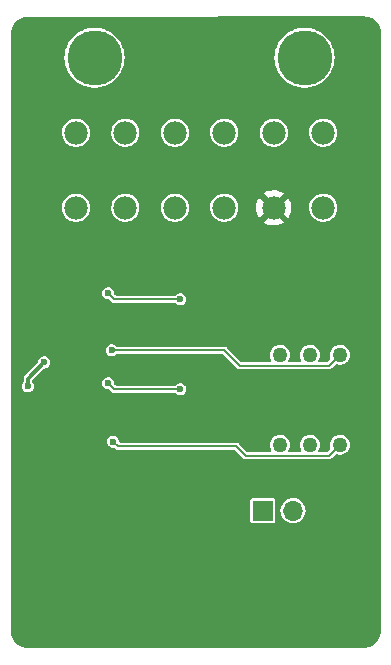
<source format=gbr>
%TF.GenerationSoftware,KiCad,Pcbnew,(6.0.8)*%
%TF.CreationDate,2023-03-20T22:14:44+01:00*%
%TF.ProjectId,BSPD-07,42535044-2d30-4372-9e6b-696361645f70,rev?*%
%TF.SameCoordinates,Original*%
%TF.FileFunction,Copper,L2,Bot*%
%TF.FilePolarity,Positive*%
%FSLAX46Y46*%
G04 Gerber Fmt 4.6, Leading zero omitted, Abs format (unit mm)*
G04 Created by KiCad (PCBNEW (6.0.8)) date 2023-03-20 22:14:44*
%MOMM*%
%LPD*%
G01*
G04 APERTURE LIST*
%TA.AperFunction,ComponentPad*%
%ADD10C,1.269000*%
%TD*%
%TA.AperFunction,ComponentPad*%
%ADD11R,1.700000X1.700000*%
%TD*%
%TA.AperFunction,ComponentPad*%
%ADD12O,1.700000X1.700000*%
%TD*%
%TA.AperFunction,ComponentPad*%
%ADD13C,1.965000*%
%TD*%
%TA.AperFunction,ComponentPad*%
%ADD14C,4.665000*%
%TD*%
%TA.AperFunction,ViaPad*%
%ADD15C,0.600000*%
%TD*%
%TA.AperFunction,Conductor*%
%ADD16C,0.200000*%
%TD*%
%TA.AperFunction,Conductor*%
%ADD17C,0.300000*%
%TD*%
G04 APERTURE END LIST*
D10*
%TO.P,RV1,1,1*%
%TO.N,unconnected-(RV1-Pad1)*%
X170786800Y-111277400D03*
%TO.P,RV1,2,2*%
%TO.N,+5V*%
X173326800Y-111277400D03*
%TO.P,RV1,3,3*%
%TO.N,TPS_TRIG*%
X175866800Y-111277400D03*
%TD*%
%TO.P,RV2,1,1*%
%TO.N,unconnected-(RV2-Pad1)*%
X170786800Y-118897400D03*
%TO.P,RV2,2,2*%
%TO.N,+5V*%
X173326800Y-118897400D03*
%TO.P,RV2,3,3*%
%TO.N,BRAKE_TRIG*%
X175866800Y-118897400D03*
%TD*%
D11*
%TO.P,JP1,1,A*%
%TO.N,SAFETY_IN*%
X169364400Y-124485400D03*
D12*
%TO.P,JP1,2,B*%
%TO.N,SAFETY_OUT*%
X171904400Y-124485400D03*
%TD*%
D13*
%TO.P,J1,1,1*%
%TO.N,+12V*%
X174469800Y-98831400D03*
%TO.P,J1,2,2*%
%TO.N,GND*%
X170279800Y-98831400D03*
%TO.P,J1,3,3*%
%TO.N,SAFETY_OUT*%
X166089800Y-98831400D03*
%TO.P,J1,4,4*%
%TO.N,unconnected-(J1-Pad4)*%
X161899800Y-98831400D03*
%TO.P,J1,5,5*%
%TO.N,+5V*%
X157709800Y-98831400D03*
%TO.P,J1,6,6*%
%TO.N,TPS_IN*%
X153519800Y-98831400D03*
%TO.P,J1,7,7*%
%TO.N,BRAKE_IN*%
X153519800Y-92481400D03*
%TO.P,J1,8,8*%
%TO.N,unconnected-(J1-Pad8)*%
X157709800Y-92481400D03*
%TO.P,J1,9,9*%
%TO.N,unconnected-(J1-Pad9)*%
X161899800Y-92481400D03*
%TO.P,J1,10,10*%
%TO.N,SAFETY_IN*%
X166089800Y-92481400D03*
%TO.P,J1,11,11*%
%TO.N,BRAKE_TRIG*%
X170279800Y-92481400D03*
%TO.P,J1,12,12*%
%TO.N,TPS_TRIG*%
X174469800Y-92481400D03*
D14*
%TO.P,J1,MH1,MH1*%
%TO.N,unconnected-(J1-PadMH1)*%
X172879800Y-86131400D03*
%TO.P,J1,MH2,MH2*%
%TO.N,unconnected-(J1-PadMH2)*%
X155099800Y-86131400D03*
%TD*%
D15*
%TO.N,TPS_COMP_OUT*%
X162360800Y-106578400D03*
X156264800Y-106070400D03*
%TO.N,GND*%
X161344800Y-121503400D03*
X154022800Y-110388400D03*
X160499800Y-120929400D03*
X152708800Y-104800400D03*
X171802800Y-101625400D03*
X151584400Y-120370600D03*
X162106800Y-117500400D03*
X159229800Y-120929400D03*
X155546800Y-133375400D03*
X159864800Y-120929400D03*
X148815800Y-130200400D03*
X152752800Y-127279400D03*
X169389800Y-106959400D03*
X174215800Y-132613400D03*
X169770800Y-101625400D03*
X152962800Y-109372400D03*
X154784800Y-110388400D03*
X153133800Y-129692400D03*
X152708800Y-112166400D03*
X163884800Y-114960400D03*
X154784800Y-118135400D03*
X154022800Y-118135400D03*
X162106800Y-109880400D03*
X160836800Y-104292400D03*
X170786800Y-102514400D03*
X152962800Y-116992400D03*
X160836800Y-111912400D03*
X164138800Y-121437400D03*
X163293800Y-131597400D03*
X171802800Y-102514400D03*
X170786800Y-101625400D03*
%TO.N,+5V*%
X150847800Y-111912400D03*
X149450800Y-113944400D03*
%TO.N,BRAKE_COMP_OUT*%
X162360800Y-114198400D03*
X156264800Y-113690400D03*
%TO.N,TPS_TRIG*%
X156562800Y-110896400D03*
%TO.N,BRAKE_TRIG*%
X156689800Y-118643400D03*
%TD*%
D16*
%TO.N,TPS_COMP_OUT*%
X156264800Y-106070400D02*
X156772800Y-106578400D01*
X156772800Y-106578400D02*
X162360800Y-106578400D01*
D17*
%TO.N,+5V*%
X149450800Y-113309400D02*
X150847800Y-111912400D01*
X149450800Y-113944400D02*
X149450800Y-113309400D01*
D16*
%TO.N,BRAKE_COMP_OUT*%
X156264800Y-113690400D02*
X156772800Y-114198400D01*
X156772800Y-114198400D02*
X162360800Y-114198400D01*
%TO.N,TPS_TRIG*%
X156689800Y-110896400D02*
X156562800Y-110896400D01*
X167403300Y-112211900D02*
X167103800Y-111912400D01*
X175866800Y-111277400D02*
X174932300Y-112211900D01*
X166087800Y-110896400D02*
X156689800Y-110896400D01*
X174932300Y-112211900D02*
X167403300Y-112211900D01*
X167103800Y-111912400D02*
X166087800Y-110896400D01*
%TO.N,BRAKE_TRIG*%
X157070800Y-119024400D02*
X156689800Y-118643400D01*
X174932300Y-119831900D02*
X167911300Y-119831900D01*
X167911300Y-119831900D02*
X167484800Y-119405400D01*
X167103800Y-119024400D02*
X157832800Y-119024400D01*
X157832800Y-119024400D02*
X157070800Y-119024400D01*
X175866800Y-118897400D02*
X174932300Y-119831900D01*
X167484800Y-119405400D02*
X167103800Y-119024400D01*
%TD*%
%TA.AperFunction,Conductor*%
%TO.N,GND*%
G36*
X177921381Y-82631606D02*
G01*
X177929437Y-82631727D01*
X177943220Y-82635091D01*
X177957098Y-82632144D01*
X177969146Y-82632326D01*
X177978345Y-82632802D01*
X178073818Y-82641245D01*
X178149695Y-82647955D01*
X178168289Y-82651013D01*
X178202706Y-82659361D01*
X178360113Y-82697539D01*
X178378049Y-82703340D01*
X178560785Y-82777962D01*
X178577654Y-82786374D01*
X178747205Y-82887418D01*
X178762631Y-82898253D01*
X178915217Y-83023467D01*
X178928854Y-83036481D01*
X179061050Y-83183056D01*
X179072592Y-83197959D01*
X179181441Y-83362613D01*
X179190631Y-83379072D01*
X179273695Y-83558120D01*
X179280327Y-83575765D01*
X179335753Y-83765209D01*
X179339678Y-83783647D01*
X179366220Y-83979238D01*
X179367350Y-83998054D01*
X179364778Y-84171087D01*
X179364265Y-84180726D01*
X179363366Y-84190522D01*
X179358960Y-84204009D01*
X179360838Y-84218070D01*
X179360838Y-84218075D01*
X179362310Y-84229091D01*
X179363420Y-84245821D01*
X179344343Y-134554074D01*
X179344315Y-134627145D01*
X179342441Y-134642706D01*
X179342325Y-134650398D01*
X179338962Y-134664183D01*
X179341908Y-134678060D01*
X179341727Y-134690106D01*
X179341252Y-134699303D01*
X179326104Y-134870661D01*
X179323043Y-134889263D01*
X179308034Y-134951153D01*
X179276524Y-135081079D01*
X179270725Y-135099010D01*
X179208879Y-135250465D01*
X179196104Y-135281749D01*
X179187692Y-135298619D01*
X179086648Y-135468172D01*
X179075814Y-135483598D01*
X179037251Y-135530591D01*
X178950596Y-135636190D01*
X178937590Y-135649818D01*
X178872563Y-135708465D01*
X178791011Y-135782016D01*
X178776108Y-135793558D01*
X178702010Y-135842542D01*
X178611450Y-135902408D01*
X178594999Y-135911594D01*
X178415937Y-135994662D01*
X178398297Y-136001291D01*
X178208847Y-136056715D01*
X178190421Y-136060637D01*
X178070364Y-136076926D01*
X177994825Y-136087175D01*
X177976009Y-136088305D01*
X177916183Y-136087414D01*
X177802843Y-136085726D01*
X177793213Y-136085213D01*
X177783538Y-136084325D01*
X177770050Y-136079918D01*
X177744961Y-136083268D01*
X177744774Y-136083293D01*
X177728190Y-136084401D01*
X164114767Y-136094326D01*
X149449375Y-136105018D01*
X149434169Y-136103195D01*
X149426169Y-136103074D01*
X149412380Y-136099709D01*
X149398500Y-136102656D01*
X149386452Y-136102474D01*
X149377256Y-136101998D01*
X149271027Y-136092604D01*
X149205905Y-136086845D01*
X149187311Y-136083787D01*
X149075687Y-136056713D01*
X148995487Y-136037261D01*
X148977551Y-136031460D01*
X148794815Y-135956838D01*
X148777946Y-135948426D01*
X148608395Y-135847382D01*
X148592969Y-135836547D01*
X148440383Y-135711333D01*
X148426746Y-135698319D01*
X148294550Y-135551744D01*
X148283008Y-135536841D01*
X148174159Y-135372187D01*
X148164969Y-135355728D01*
X148081905Y-135176680D01*
X148075273Y-135159035D01*
X148019847Y-134969591D01*
X148015922Y-134951153D01*
X147989380Y-134755562D01*
X147988250Y-134736746D01*
X147990822Y-134563713D01*
X147991335Y-134554074D01*
X147992234Y-134544279D01*
X147996640Y-134530791D01*
X147993291Y-134505720D01*
X147992182Y-134488980D01*
X147997137Y-123614863D01*
X168305900Y-123614863D01*
X168305901Y-125355936D01*
X168317997Y-125416753D01*
X168364080Y-125485720D01*
X168433047Y-125531803D01*
X168445216Y-125534224D01*
X168445217Y-125534224D01*
X168486919Y-125542519D01*
X168493863Y-125543900D01*
X169364259Y-125543900D01*
X170234936Y-125543899D01*
X170295753Y-125531803D01*
X170306070Y-125524910D01*
X170306071Y-125524909D01*
X170354407Y-125492611D01*
X170364720Y-125485720D01*
X170410803Y-125416753D01*
X170413225Y-125404580D01*
X170421693Y-125362005D01*
X170422900Y-125355937D01*
X170422899Y-124470550D01*
X170840882Y-124470550D01*
X170858252Y-124677404D01*
X170915469Y-124876945D01*
X170918287Y-124882427D01*
X170918288Y-124882431D01*
X171007535Y-125056086D01*
X171010355Y-125061573D01*
X171139294Y-125224254D01*
X171143981Y-125228243D01*
X171143984Y-125228246D01*
X171292684Y-125354799D01*
X171297376Y-125358792D01*
X171478580Y-125460064D01*
X171676003Y-125524210D01*
X171882125Y-125548789D01*
X171888260Y-125548317D01*
X171888262Y-125548317D01*
X172082955Y-125533336D01*
X172082960Y-125533335D01*
X172089096Y-125532863D01*
X172095026Y-125531207D01*
X172095028Y-125531207D01*
X172189064Y-125504952D01*
X172289032Y-125477040D01*
X172387958Y-125427069D01*
X172468816Y-125386225D01*
X172468818Y-125386224D01*
X172474317Y-125383446D01*
X172637895Y-125255645D01*
X172773533Y-125098506D01*
X172876067Y-124918014D01*
X172941590Y-124721044D01*
X172967607Y-124515098D01*
X172968022Y-124485400D01*
X172947765Y-124278808D01*
X172887768Y-124080085D01*
X172790313Y-123896801D01*
X172741483Y-123836929D01*
X172663010Y-123740711D01*
X172663007Y-123740708D01*
X172659115Y-123735936D01*
X172652170Y-123730190D01*
X172503918Y-123607545D01*
X172503919Y-123607545D01*
X172499170Y-123603617D01*
X172493753Y-123600688D01*
X172493750Y-123600686D01*
X172321990Y-123507816D01*
X172321985Y-123507814D01*
X172316570Y-123504886D01*
X172118271Y-123443502D01*
X172112146Y-123442858D01*
X172112145Y-123442858D01*
X171917954Y-123422448D01*
X171917952Y-123422448D01*
X171911825Y-123421804D01*
X171842568Y-123428107D01*
X171711236Y-123440059D01*
X171711233Y-123440060D01*
X171705097Y-123440618D01*
X171699191Y-123442356D01*
X171699187Y-123442357D01*
X171577441Y-123478189D01*
X171505960Y-123499227D01*
X171322000Y-123595399D01*
X171160223Y-123725471D01*
X171156265Y-123730188D01*
X171156263Y-123730190D01*
X171151442Y-123735936D01*
X171026791Y-123884489D01*
X171023827Y-123889881D01*
X171023824Y-123889885D01*
X171020022Y-123896801D01*
X170926787Y-124066395D01*
X170864021Y-124264261D01*
X170863335Y-124270378D01*
X170863334Y-124270382D01*
X170862389Y-124278808D01*
X170840882Y-124470550D01*
X170422899Y-124470550D01*
X170422899Y-123614864D01*
X170410803Y-123554047D01*
X170364720Y-123485080D01*
X170295753Y-123438997D01*
X170283584Y-123436576D01*
X170283583Y-123436576D01*
X170241005Y-123428107D01*
X170234937Y-123426900D01*
X169364541Y-123426900D01*
X168493864Y-123426901D01*
X168433047Y-123438997D01*
X168422730Y-123445890D01*
X168422729Y-123445891D01*
X168378465Y-123475468D01*
X168364080Y-123485080D01*
X168317997Y-123554047D01*
X168315576Y-123566216D01*
X168315576Y-123566217D01*
X168310339Y-123592545D01*
X168305900Y-123614863D01*
X147997137Y-123614863D01*
X147999405Y-118637124D01*
X156176109Y-118637124D01*
X156177273Y-118646026D01*
X156177273Y-118646029D01*
X156187731Y-118726002D01*
X156194995Y-118781552D01*
X156198609Y-118789765D01*
X156198610Y-118789769D01*
X156219515Y-118837278D01*
X156253659Y-118914874D01*
X156347383Y-119026373D01*
X156354860Y-119031350D01*
X156461161Y-119102110D01*
X156461163Y-119102111D01*
X156468634Y-119107084D01*
X156607664Y-119150521D01*
X156712659Y-119152445D01*
X156780400Y-119173692D01*
X156799444Y-119189329D01*
X156814534Y-119204419D01*
X156816459Y-119206649D01*
X156818841Y-119211522D01*
X156827366Y-119219430D01*
X156855760Y-119245769D01*
X156859165Y-119249050D01*
X156872947Y-119262832D01*
X156876997Y-119265610D01*
X156879845Y-119268111D01*
X156903097Y-119289680D01*
X156913906Y-119293993D01*
X156917132Y-119296032D01*
X156930565Y-119303205D01*
X156934054Y-119304751D01*
X156943649Y-119311333D01*
X156968522Y-119317235D01*
X156986106Y-119322797D01*
X157009841Y-119332267D01*
X157016297Y-119332900D01*
X157019784Y-119332900D01*
X157020074Y-119332934D01*
X157022449Y-119333050D01*
X157022441Y-119333211D01*
X157035798Y-119334774D01*
X157044147Y-119335182D01*
X157055468Y-119337869D01*
X157066997Y-119336300D01*
X157066998Y-119336300D01*
X157083522Y-119334051D01*
X157100513Y-119332900D01*
X166923825Y-119332900D01*
X166991946Y-119352902D01*
X167012920Y-119369805D01*
X167655034Y-120011919D01*
X167656959Y-120014149D01*
X167659341Y-120019022D01*
X167667866Y-120026930D01*
X167696260Y-120053269D01*
X167699665Y-120056550D01*
X167713447Y-120070332D01*
X167717497Y-120073110D01*
X167720345Y-120075611D01*
X167743597Y-120097180D01*
X167754406Y-120101493D01*
X167757632Y-120103532D01*
X167771065Y-120110705D01*
X167774554Y-120112251D01*
X167784149Y-120118833D01*
X167809022Y-120124735D01*
X167826606Y-120130297D01*
X167850341Y-120139767D01*
X167856797Y-120140400D01*
X167860284Y-120140400D01*
X167860574Y-120140434D01*
X167862949Y-120140550D01*
X167862941Y-120140711D01*
X167876298Y-120142274D01*
X167884647Y-120142682D01*
X167895968Y-120145369D01*
X167907497Y-120143800D01*
X167907498Y-120143800D01*
X167924022Y-120141551D01*
X167941013Y-120140400D01*
X174878395Y-120140400D01*
X174881321Y-120140615D01*
X174886453Y-120142377D01*
X174898075Y-120141941D01*
X174898078Y-120141941D01*
X174936739Y-120140489D01*
X174941466Y-120140400D01*
X174960994Y-120140400D01*
X174965816Y-120139502D01*
X174969646Y-120139254D01*
X174989674Y-120138502D01*
X174989677Y-120138501D01*
X175001297Y-120138065D01*
X175011981Y-120133475D01*
X175015707Y-120132635D01*
X175030288Y-120128205D01*
X175033846Y-120126832D01*
X175045283Y-120124702D01*
X175067050Y-120111284D01*
X175083413Y-120102785D01*
X175106890Y-120092699D01*
X175111903Y-120088582D01*
X175114367Y-120086118D01*
X175114583Y-120085947D01*
X175116360Y-120084336D01*
X175116469Y-120084456D01*
X175127020Y-120076116D01*
X175133212Y-120070501D01*
X175143115Y-120064397D01*
X175160261Y-120041850D01*
X175171456Y-120029029D01*
X175469348Y-119731137D01*
X175531660Y-119697111D01*
X175597375Y-119700397D01*
X175598831Y-119700870D01*
X175604864Y-119703556D01*
X175778197Y-119740400D01*
X175955403Y-119740400D01*
X176035668Y-119723339D01*
X176122274Y-119704930D01*
X176122278Y-119704929D01*
X176128736Y-119703556D01*
X176143212Y-119697111D01*
X176284592Y-119634165D01*
X176284594Y-119634164D01*
X176290622Y-119631480D01*
X176295964Y-119627599D01*
X176428640Y-119531205D01*
X176428642Y-119531203D01*
X176433984Y-119527322D01*
X176445643Y-119514374D01*
X176548135Y-119400544D01*
X176552558Y-119395632D01*
X176599678Y-119314017D01*
X176637860Y-119247883D01*
X176637860Y-119247882D01*
X176641160Y-119242167D01*
X176651118Y-119211522D01*
X176693881Y-119079911D01*
X176693881Y-119079909D01*
X176695920Y-119073635D01*
X176700365Y-119031350D01*
X176713753Y-118903965D01*
X176714443Y-118897400D01*
X176713753Y-118890835D01*
X176696610Y-118727726D01*
X176696609Y-118727722D01*
X176695920Y-118721165D01*
X176693881Y-118714889D01*
X176643200Y-118558910D01*
X176643198Y-118558906D01*
X176641160Y-118552633D01*
X176552558Y-118399168D01*
X176433984Y-118267478D01*
X176428641Y-118263596D01*
X176428640Y-118263595D01*
X176295964Y-118167201D01*
X176295961Y-118167199D01*
X176290622Y-118163320D01*
X176284594Y-118160636D01*
X176284592Y-118160635D01*
X176134769Y-118093930D01*
X176128736Y-118091244D01*
X176122278Y-118089871D01*
X176122274Y-118089870D01*
X176035668Y-118071461D01*
X175955403Y-118054400D01*
X175778197Y-118054400D01*
X175697932Y-118071461D01*
X175611326Y-118089870D01*
X175611322Y-118089871D01*
X175604864Y-118091244D01*
X175507880Y-118134424D01*
X175449010Y-118160635D01*
X175442979Y-118163320D01*
X175299616Y-118267478D01*
X175181042Y-118399168D01*
X175092440Y-118552633D01*
X175090402Y-118558906D01*
X175090400Y-118558910D01*
X175039719Y-118714889D01*
X175037680Y-118721165D01*
X175036991Y-118727722D01*
X175036990Y-118727726D01*
X175019847Y-118890835D01*
X175019157Y-118897400D01*
X175019847Y-118903965D01*
X175033236Y-119031350D01*
X175037680Y-119073635D01*
X175066939Y-119163684D01*
X175068967Y-119234649D01*
X175036201Y-119291714D01*
X174841420Y-119486495D01*
X174779108Y-119520521D01*
X174752325Y-119523400D01*
X174157029Y-119523400D01*
X174088908Y-119503398D01*
X174042415Y-119449742D01*
X174032311Y-119379468D01*
X174047910Y-119334400D01*
X174097859Y-119247886D01*
X174097862Y-119247880D01*
X174101160Y-119242167D01*
X174111118Y-119211522D01*
X174153881Y-119079911D01*
X174153881Y-119079909D01*
X174155920Y-119073635D01*
X174160365Y-119031350D01*
X174173753Y-118903965D01*
X174174443Y-118897400D01*
X174173753Y-118890835D01*
X174156610Y-118727726D01*
X174156609Y-118727722D01*
X174155920Y-118721165D01*
X174153881Y-118714889D01*
X174103200Y-118558910D01*
X174103198Y-118558906D01*
X174101160Y-118552633D01*
X174012558Y-118399168D01*
X173893984Y-118267478D01*
X173888641Y-118263596D01*
X173888640Y-118263595D01*
X173755964Y-118167201D01*
X173755961Y-118167199D01*
X173750622Y-118163320D01*
X173744594Y-118160636D01*
X173744592Y-118160635D01*
X173594769Y-118093930D01*
X173588736Y-118091244D01*
X173582278Y-118089871D01*
X173582274Y-118089870D01*
X173495668Y-118071461D01*
X173415403Y-118054400D01*
X173238197Y-118054400D01*
X173157932Y-118071461D01*
X173071326Y-118089870D01*
X173071322Y-118089871D01*
X173064864Y-118091244D01*
X172967880Y-118134424D01*
X172909010Y-118160635D01*
X172902979Y-118163320D01*
X172759616Y-118267478D01*
X172641042Y-118399168D01*
X172552440Y-118552633D01*
X172550402Y-118558906D01*
X172550400Y-118558910D01*
X172499719Y-118714889D01*
X172497680Y-118721165D01*
X172496991Y-118727722D01*
X172496990Y-118727726D01*
X172479847Y-118890835D01*
X172479157Y-118897400D01*
X172479847Y-118903965D01*
X172493236Y-119031350D01*
X172497680Y-119073635D01*
X172499719Y-119079909D01*
X172499719Y-119079911D01*
X172542483Y-119211522D01*
X172552440Y-119242167D01*
X172555738Y-119247880D01*
X172555741Y-119247886D01*
X172605690Y-119334400D01*
X172622428Y-119403396D01*
X172599207Y-119470487D01*
X172543400Y-119514374D01*
X172496571Y-119523400D01*
X171617029Y-119523400D01*
X171548908Y-119503398D01*
X171502415Y-119449742D01*
X171492311Y-119379468D01*
X171507910Y-119334400D01*
X171557859Y-119247886D01*
X171557862Y-119247880D01*
X171561160Y-119242167D01*
X171571118Y-119211522D01*
X171613881Y-119079911D01*
X171613881Y-119079909D01*
X171615920Y-119073635D01*
X171620365Y-119031350D01*
X171633753Y-118903965D01*
X171634443Y-118897400D01*
X171633753Y-118890835D01*
X171616610Y-118727726D01*
X171616609Y-118727722D01*
X171615920Y-118721165D01*
X171613881Y-118714889D01*
X171563200Y-118558910D01*
X171563198Y-118558906D01*
X171561160Y-118552633D01*
X171472558Y-118399168D01*
X171353984Y-118267478D01*
X171348641Y-118263596D01*
X171348640Y-118263595D01*
X171215964Y-118167201D01*
X171215961Y-118167199D01*
X171210622Y-118163320D01*
X171204594Y-118160636D01*
X171204592Y-118160635D01*
X171054769Y-118093930D01*
X171048736Y-118091244D01*
X171042278Y-118089871D01*
X171042274Y-118089870D01*
X170955668Y-118071461D01*
X170875403Y-118054400D01*
X170698197Y-118054400D01*
X170617932Y-118071461D01*
X170531326Y-118089870D01*
X170531322Y-118089871D01*
X170524864Y-118091244D01*
X170427880Y-118134424D01*
X170369010Y-118160635D01*
X170362979Y-118163320D01*
X170219616Y-118267478D01*
X170101042Y-118399168D01*
X170012440Y-118552633D01*
X170010402Y-118558906D01*
X170010400Y-118558910D01*
X169959719Y-118714889D01*
X169957680Y-118721165D01*
X169956991Y-118727722D01*
X169956990Y-118727726D01*
X169939847Y-118890835D01*
X169939157Y-118897400D01*
X169939847Y-118903965D01*
X169953236Y-119031350D01*
X169957680Y-119073635D01*
X169959719Y-119079909D01*
X169959719Y-119079911D01*
X170002483Y-119211522D01*
X170012440Y-119242167D01*
X170015738Y-119247880D01*
X170015741Y-119247886D01*
X170065690Y-119334400D01*
X170082428Y-119403396D01*
X170059207Y-119470487D01*
X170003400Y-119514374D01*
X169956571Y-119523400D01*
X168091275Y-119523400D01*
X168023154Y-119503398D01*
X168002180Y-119486495D01*
X167360066Y-118844381D01*
X167358141Y-118842151D01*
X167355759Y-118837278D01*
X167318840Y-118803031D01*
X167315435Y-118799750D01*
X167301653Y-118785968D01*
X167297603Y-118783190D01*
X167294755Y-118780689D01*
X167271503Y-118759120D01*
X167260694Y-118754807D01*
X167257468Y-118752768D01*
X167244035Y-118745595D01*
X167240546Y-118744049D01*
X167230951Y-118737467D01*
X167206078Y-118731565D01*
X167188492Y-118726002D01*
X167164759Y-118716533D01*
X167158303Y-118715900D01*
X167154815Y-118715900D01*
X167154525Y-118715866D01*
X167152151Y-118715750D01*
X167152159Y-118715589D01*
X167138801Y-118714026D01*
X167130452Y-118713618D01*
X167119131Y-118710931D01*
X167107602Y-118712500D01*
X167107601Y-118712500D01*
X167091077Y-118714749D01*
X167074086Y-118715900D01*
X157323152Y-118715900D01*
X157255031Y-118695898D01*
X157208538Y-118642242D01*
X157198427Y-118607771D01*
X157182880Y-118499213D01*
X157179162Y-118491035D01*
X157126308Y-118374790D01*
X157126307Y-118374788D01*
X157122592Y-118366618D01*
X157027513Y-118256273D01*
X156905285Y-118177048D01*
X156765734Y-118135314D01*
X156756758Y-118135259D01*
X156756757Y-118135259D01*
X156695444Y-118134885D01*
X156620079Y-118134424D01*
X156480029Y-118174451D01*
X156356842Y-118252176D01*
X156350900Y-118258904D01*
X156308632Y-118306764D01*
X156260422Y-118361351D01*
X156198519Y-118493200D01*
X156197139Y-118502065D01*
X156197138Y-118502067D01*
X156180681Y-118607762D01*
X156176109Y-118637124D01*
X147999405Y-118637124D01*
X148001546Y-113938124D01*
X148937109Y-113938124D01*
X148938273Y-113947026D01*
X148938273Y-113947029D01*
X148941113Y-113968746D01*
X148955995Y-114082552D01*
X148959609Y-114090765D01*
X148959610Y-114090769D01*
X148987470Y-114154084D01*
X149014659Y-114215874D01*
X149020434Y-114222744D01*
X149020435Y-114222746D01*
X149027940Y-114231674D01*
X149108383Y-114327373D01*
X149115860Y-114332350D01*
X149222161Y-114403110D01*
X149222163Y-114403111D01*
X149229634Y-114408084D01*
X149368664Y-114451521D01*
X149514298Y-114454190D01*
X149593022Y-114432727D01*
X149646163Y-114418239D01*
X149646164Y-114418239D01*
X149654826Y-114415877D01*
X149663159Y-114410761D01*
X149771302Y-114344361D01*
X149778954Y-114339663D01*
X149785574Y-114332350D01*
X149870673Y-114238334D01*
X149870674Y-114238333D01*
X149876701Y-114231674D01*
X149890468Y-114203260D01*
X149936295Y-114108672D01*
X149936295Y-114108671D01*
X149940210Y-114100591D01*
X149964376Y-113956952D01*
X149964529Y-113944400D01*
X149951439Y-113852995D01*
X149945154Y-113809106D01*
X149945153Y-113809103D01*
X149943880Y-113800213D01*
X149940162Y-113792035D01*
X149891097Y-113684124D01*
X155751109Y-113684124D01*
X155752273Y-113693026D01*
X155752273Y-113693029D01*
X155760817Y-113758368D01*
X155769995Y-113828552D01*
X155773609Y-113836765D01*
X155773610Y-113836769D01*
X155810946Y-113921618D01*
X155828659Y-113961874D01*
X155922383Y-114073373D01*
X155947218Y-114089905D01*
X156036161Y-114149110D01*
X156036163Y-114149111D01*
X156043634Y-114154084D01*
X156182664Y-114197521D01*
X156287659Y-114199445D01*
X156355400Y-114220692D01*
X156374444Y-114236329D01*
X156516534Y-114378419D01*
X156518459Y-114380649D01*
X156520841Y-114385522D01*
X156529366Y-114393430D01*
X156557760Y-114419769D01*
X156561165Y-114423050D01*
X156574947Y-114436832D01*
X156578996Y-114439610D01*
X156581847Y-114442113D01*
X156605097Y-114463680D01*
X156615897Y-114467989D01*
X156619124Y-114470029D01*
X156632573Y-114477209D01*
X156636055Y-114478752D01*
X156645648Y-114485333D01*
X156670516Y-114491235D01*
X156688106Y-114496798D01*
X156711841Y-114506267D01*
X156718297Y-114506900D01*
X156721784Y-114506900D01*
X156722074Y-114506934D01*
X156724449Y-114507050D01*
X156724441Y-114507211D01*
X156737798Y-114508774D01*
X156746147Y-114509182D01*
X156757468Y-114511869D01*
X156768997Y-114510300D01*
X156768998Y-114510300D01*
X156785522Y-114508051D01*
X156802513Y-114506900D01*
X161897094Y-114506900D01*
X161965215Y-114526902D01*
X161993544Y-114551824D01*
X162012602Y-114574496D01*
X162018383Y-114581373D01*
X162025860Y-114586350D01*
X162132161Y-114657110D01*
X162132163Y-114657111D01*
X162139634Y-114662084D01*
X162278664Y-114705521D01*
X162424298Y-114708190D01*
X162494562Y-114689033D01*
X162556163Y-114672239D01*
X162556164Y-114672239D01*
X162564826Y-114669877D01*
X162573159Y-114664761D01*
X162681302Y-114598361D01*
X162688954Y-114593663D01*
X162695574Y-114586350D01*
X162780673Y-114492334D01*
X162780674Y-114492333D01*
X162786701Y-114485674D01*
X162790803Y-114477209D01*
X162846295Y-114362672D01*
X162846295Y-114362671D01*
X162850210Y-114354591D01*
X162872392Y-114222746D01*
X162873570Y-114215744D01*
X162873570Y-114215741D01*
X162874376Y-114210952D01*
X162874529Y-114198400D01*
X162859115Y-114090769D01*
X162855154Y-114063106D01*
X162855153Y-114063103D01*
X162853880Y-114054213D01*
X162811896Y-113961874D01*
X162797308Y-113929790D01*
X162797307Y-113929788D01*
X162793592Y-113921618D01*
X162698513Y-113811273D01*
X162576285Y-113732048D01*
X162436734Y-113690314D01*
X162427758Y-113690259D01*
X162427757Y-113690259D01*
X162366444Y-113689885D01*
X162291079Y-113689424D01*
X162151029Y-113729451D01*
X162027842Y-113807176D01*
X161992398Y-113847309D01*
X161932315Y-113885126D01*
X161897959Y-113889900D01*
X156952775Y-113889900D01*
X156884654Y-113869898D01*
X156863680Y-113852995D01*
X156814366Y-113803681D01*
X156780340Y-113741369D01*
X156778059Y-113704835D01*
X156778376Y-113702952D01*
X156778529Y-113690400D01*
X156772856Y-113650785D01*
X156759154Y-113555106D01*
X156759153Y-113555103D01*
X156757880Y-113546213D01*
X156754162Y-113538035D01*
X156701308Y-113421790D01*
X156701307Y-113421788D01*
X156697592Y-113413618D01*
X156602513Y-113303273D01*
X156480285Y-113224048D01*
X156340734Y-113182314D01*
X156331758Y-113182259D01*
X156331757Y-113182259D01*
X156270444Y-113181885D01*
X156195079Y-113181424D01*
X156055029Y-113221451D01*
X155931842Y-113299176D01*
X155835422Y-113408351D01*
X155831608Y-113416474D01*
X155831607Y-113416476D01*
X155787657Y-113510086D01*
X155773519Y-113540200D01*
X155772139Y-113549065D01*
X155772138Y-113549067D01*
X155754738Y-113660818D01*
X155751109Y-113684124D01*
X149891097Y-113684124D01*
X149887308Y-113675790D01*
X149887307Y-113675788D01*
X149883592Y-113667618D01*
X149877733Y-113660818D01*
X149839846Y-113616848D01*
X149810533Y-113552186D01*
X149809300Y-113534601D01*
X149809300Y-113510086D01*
X149829302Y-113441965D01*
X149846205Y-113420991D01*
X150808334Y-112458862D01*
X150870646Y-112424836D01*
X150899738Y-112421978D01*
X150911298Y-112422190D01*
X151022329Y-112391919D01*
X151043163Y-112386239D01*
X151043164Y-112386239D01*
X151051826Y-112383877D01*
X151175954Y-112307663D01*
X151273701Y-112199674D01*
X151337210Y-112068591D01*
X151361376Y-111924952D01*
X151361529Y-111912400D01*
X151354955Y-111866495D01*
X151342154Y-111777106D01*
X151342153Y-111777103D01*
X151340880Y-111768213D01*
X151336904Y-111759468D01*
X151284308Y-111643790D01*
X151284307Y-111643788D01*
X151280592Y-111635618D01*
X151185513Y-111525273D01*
X151063285Y-111446048D01*
X150923734Y-111404314D01*
X150914758Y-111404259D01*
X150914757Y-111404259D01*
X150853444Y-111403885D01*
X150778079Y-111403424D01*
X150638029Y-111443451D01*
X150514842Y-111521176D01*
X150418422Y-111630351D01*
X150356519Y-111762200D01*
X150355139Y-111771065D01*
X150355138Y-111771067D01*
X150338043Y-111880857D01*
X150307798Y-111945089D01*
X150302638Y-111950566D01*
X149233849Y-113019356D01*
X149217849Y-113032278D01*
X149214938Y-113034927D01*
X149206189Y-113040576D01*
X149199740Y-113048757D01*
X149186802Y-113065168D01*
X149183183Y-113069240D01*
X149183279Y-113069321D01*
X149179920Y-113073285D01*
X149176244Y-113076961D01*
X149165736Y-113091665D01*
X149162208Y-113096366D01*
X149132300Y-113134303D01*
X149129433Y-113142466D01*
X149124406Y-113149501D01*
X149114593Y-113182314D01*
X149110581Y-113195728D01*
X149108755Y-113201348D01*
X149092755Y-113246911D01*
X149092300Y-113252165D01*
X149092300Y-113254875D01*
X149092200Y-113257189D01*
X149092076Y-113257603D01*
X149092011Y-113257600D01*
X149091993Y-113257880D01*
X149090209Y-113263847D01*
X149090618Y-113274251D01*
X149092203Y-113314594D01*
X149092300Y-113319541D01*
X149092300Y-113534423D01*
X149072298Y-113602544D01*
X149060742Y-113617829D01*
X149021422Y-113662351D01*
X149017608Y-113670474D01*
X149017607Y-113670476D01*
X148984323Y-113741369D01*
X148959519Y-113794200D01*
X148958139Y-113803065D01*
X148958138Y-113803067D01*
X148940738Y-113914818D01*
X148937109Y-113938124D01*
X148001546Y-113938124D01*
X148002935Y-110890124D01*
X156049109Y-110890124D01*
X156050273Y-110899026D01*
X156050273Y-110899029D01*
X156055488Y-110938910D01*
X156067995Y-111034552D01*
X156071609Y-111042765D01*
X156071610Y-111042769D01*
X156094544Y-111094889D01*
X156126659Y-111167874D01*
X156132434Y-111174744D01*
X156132435Y-111174746D01*
X156188804Y-111241805D01*
X156220383Y-111279373D01*
X156227860Y-111284350D01*
X156334161Y-111355110D01*
X156334163Y-111355111D01*
X156341634Y-111360084D01*
X156480664Y-111403521D01*
X156626298Y-111406190D01*
X156696562Y-111387033D01*
X156758163Y-111370239D01*
X156758164Y-111370239D01*
X156766826Y-111367877D01*
X156775159Y-111362761D01*
X156883302Y-111296361D01*
X156890954Y-111291663D01*
X156897574Y-111284350D01*
X156931974Y-111246345D01*
X156992517Y-111209263D01*
X157025389Y-111204900D01*
X165907825Y-111204900D01*
X165975946Y-111224902D01*
X165996920Y-111241805D01*
X167147034Y-112391919D01*
X167148959Y-112394149D01*
X167151341Y-112399022D01*
X167159866Y-112406930D01*
X167188260Y-112433269D01*
X167191665Y-112436550D01*
X167205447Y-112450332D01*
X167209497Y-112453110D01*
X167212345Y-112455611D01*
X167235597Y-112477180D01*
X167246406Y-112481493D01*
X167249632Y-112483532D01*
X167263065Y-112490705D01*
X167266554Y-112492251D01*
X167276149Y-112498833D01*
X167301022Y-112504735D01*
X167318606Y-112510297D01*
X167342341Y-112519767D01*
X167348797Y-112520400D01*
X167352285Y-112520400D01*
X167352575Y-112520434D01*
X167354949Y-112520550D01*
X167354941Y-112520711D01*
X167368299Y-112522274D01*
X167376648Y-112522682D01*
X167387969Y-112525369D01*
X167399498Y-112523800D01*
X167399499Y-112523800D01*
X167416023Y-112521551D01*
X167433014Y-112520400D01*
X174878395Y-112520400D01*
X174881321Y-112520615D01*
X174886453Y-112522377D01*
X174898075Y-112521941D01*
X174898078Y-112521941D01*
X174936739Y-112520489D01*
X174941466Y-112520400D01*
X174960994Y-112520400D01*
X174965816Y-112519502D01*
X174969646Y-112519254D01*
X174989674Y-112518502D01*
X174989677Y-112518501D01*
X175001297Y-112518065D01*
X175011981Y-112513475D01*
X175015707Y-112512635D01*
X175030288Y-112508205D01*
X175033846Y-112506832D01*
X175045283Y-112504702D01*
X175067050Y-112491284D01*
X175083413Y-112482785D01*
X175106890Y-112472699D01*
X175111903Y-112468582D01*
X175114367Y-112466118D01*
X175114583Y-112465947D01*
X175116360Y-112464336D01*
X175116469Y-112464456D01*
X175127020Y-112456116D01*
X175133212Y-112450501D01*
X175143115Y-112444397D01*
X175160261Y-112421850D01*
X175171456Y-112409029D01*
X175469348Y-112111137D01*
X175531660Y-112077111D01*
X175597375Y-112080397D01*
X175598831Y-112080870D01*
X175604864Y-112083556D01*
X175778197Y-112120400D01*
X175955403Y-112120400D01*
X176035668Y-112103339D01*
X176122274Y-112084930D01*
X176122278Y-112084929D01*
X176128736Y-112083556D01*
X176182230Y-112059739D01*
X176284592Y-112014165D01*
X176284594Y-112014164D01*
X176290622Y-112011480D01*
X176295964Y-112007599D01*
X176428640Y-111911205D01*
X176428642Y-111911203D01*
X176433984Y-111907322D01*
X176445643Y-111894374D01*
X176548135Y-111780544D01*
X176552558Y-111775632D01*
X176641160Y-111622167D01*
X176671789Y-111527904D01*
X176693881Y-111459911D01*
X176693881Y-111459909D01*
X176695920Y-111453635D01*
X176696718Y-111446048D01*
X176713753Y-111283965D01*
X176714443Y-111277400D01*
X176703654Y-111174746D01*
X176696610Y-111107726D01*
X176696609Y-111107722D01*
X176695920Y-111101165D01*
X176641160Y-110932633D01*
X176552558Y-110779168D01*
X176433984Y-110647478D01*
X176428641Y-110643596D01*
X176428640Y-110643595D01*
X176295964Y-110547201D01*
X176295961Y-110547199D01*
X176290622Y-110543320D01*
X176284594Y-110540636D01*
X176284592Y-110540635D01*
X176134769Y-110473930D01*
X176128736Y-110471244D01*
X176122278Y-110469871D01*
X176122274Y-110469870D01*
X176035668Y-110451461D01*
X175955403Y-110434400D01*
X175778197Y-110434400D01*
X175697932Y-110451461D01*
X175611326Y-110469870D01*
X175611322Y-110469871D01*
X175604864Y-110471244D01*
X175504177Y-110516073D01*
X175449010Y-110540635D01*
X175442979Y-110543320D01*
X175299616Y-110647478D01*
X175181042Y-110779168D01*
X175092440Y-110932633D01*
X175037680Y-111101165D01*
X175036991Y-111107722D01*
X175036990Y-111107726D01*
X175029946Y-111174746D01*
X175019157Y-111277400D01*
X175019847Y-111283965D01*
X175036883Y-111446048D01*
X175037680Y-111453635D01*
X175066939Y-111543684D01*
X175068967Y-111614649D01*
X175036201Y-111671714D01*
X174841420Y-111866495D01*
X174779108Y-111900521D01*
X174752325Y-111903400D01*
X174157029Y-111903400D01*
X174088908Y-111883398D01*
X174042415Y-111829742D01*
X174032311Y-111759468D01*
X174047910Y-111714400D01*
X174097859Y-111627886D01*
X174097862Y-111627880D01*
X174101160Y-111622167D01*
X174131789Y-111527904D01*
X174153881Y-111459911D01*
X174153881Y-111459909D01*
X174155920Y-111453635D01*
X174156718Y-111446048D01*
X174173753Y-111283965D01*
X174174443Y-111277400D01*
X174163654Y-111174746D01*
X174156610Y-111107726D01*
X174156609Y-111107722D01*
X174155920Y-111101165D01*
X174101160Y-110932633D01*
X174012558Y-110779168D01*
X173893984Y-110647478D01*
X173888641Y-110643596D01*
X173888640Y-110643595D01*
X173755964Y-110547201D01*
X173755961Y-110547199D01*
X173750622Y-110543320D01*
X173744594Y-110540636D01*
X173744592Y-110540635D01*
X173594769Y-110473930D01*
X173588736Y-110471244D01*
X173582278Y-110469871D01*
X173582274Y-110469870D01*
X173495668Y-110451461D01*
X173415403Y-110434400D01*
X173238197Y-110434400D01*
X173157932Y-110451461D01*
X173071326Y-110469870D01*
X173071322Y-110469871D01*
X173064864Y-110471244D01*
X172964177Y-110516073D01*
X172909010Y-110540635D01*
X172902979Y-110543320D01*
X172759616Y-110647478D01*
X172641042Y-110779168D01*
X172552440Y-110932633D01*
X172497680Y-111101165D01*
X172496991Y-111107722D01*
X172496990Y-111107726D01*
X172489946Y-111174746D01*
X172479157Y-111277400D01*
X172479847Y-111283965D01*
X172496883Y-111446048D01*
X172497680Y-111453635D01*
X172499719Y-111459909D01*
X172499719Y-111459911D01*
X172521812Y-111527904D01*
X172552440Y-111622167D01*
X172555738Y-111627880D01*
X172555741Y-111627886D01*
X172605690Y-111714400D01*
X172622428Y-111783396D01*
X172599207Y-111850487D01*
X172543400Y-111894374D01*
X172496571Y-111903400D01*
X171617029Y-111903400D01*
X171548908Y-111883398D01*
X171502415Y-111829742D01*
X171492311Y-111759468D01*
X171507910Y-111714400D01*
X171557859Y-111627886D01*
X171557862Y-111627880D01*
X171561160Y-111622167D01*
X171591789Y-111527904D01*
X171613881Y-111459911D01*
X171613881Y-111459909D01*
X171615920Y-111453635D01*
X171616718Y-111446048D01*
X171633753Y-111283965D01*
X171634443Y-111277400D01*
X171623654Y-111174746D01*
X171616610Y-111107726D01*
X171616609Y-111107722D01*
X171615920Y-111101165D01*
X171561160Y-110932633D01*
X171472558Y-110779168D01*
X171353984Y-110647478D01*
X171348641Y-110643596D01*
X171348640Y-110643595D01*
X171215964Y-110547201D01*
X171215961Y-110547199D01*
X171210622Y-110543320D01*
X171204594Y-110540636D01*
X171204592Y-110540635D01*
X171054769Y-110473930D01*
X171048736Y-110471244D01*
X171042278Y-110469871D01*
X171042274Y-110469870D01*
X170955668Y-110451461D01*
X170875403Y-110434400D01*
X170698197Y-110434400D01*
X170617932Y-110451461D01*
X170531326Y-110469870D01*
X170531322Y-110469871D01*
X170524864Y-110471244D01*
X170424177Y-110516073D01*
X170369010Y-110540635D01*
X170362979Y-110543320D01*
X170219616Y-110647478D01*
X170101042Y-110779168D01*
X170012440Y-110932633D01*
X169957680Y-111101165D01*
X169956991Y-111107722D01*
X169956990Y-111107726D01*
X169949946Y-111174746D01*
X169939157Y-111277400D01*
X169939847Y-111283965D01*
X169956883Y-111446048D01*
X169957680Y-111453635D01*
X169959719Y-111459909D01*
X169959719Y-111459911D01*
X169981812Y-111527904D01*
X170012440Y-111622167D01*
X170015738Y-111627880D01*
X170015741Y-111627886D01*
X170065690Y-111714400D01*
X170082428Y-111783396D01*
X170059207Y-111850487D01*
X170003400Y-111894374D01*
X169956571Y-111903400D01*
X167583275Y-111903400D01*
X167515154Y-111883398D01*
X167494180Y-111866495D01*
X166344066Y-110716381D01*
X166342141Y-110714151D01*
X166339759Y-110709278D01*
X166302840Y-110675031D01*
X166299435Y-110671750D01*
X166285653Y-110657968D01*
X166281603Y-110655190D01*
X166278755Y-110652689D01*
X166255503Y-110631120D01*
X166244694Y-110626807D01*
X166241468Y-110624768D01*
X166228035Y-110617595D01*
X166224546Y-110616049D01*
X166214951Y-110609467D01*
X166190078Y-110603565D01*
X166172492Y-110598002D01*
X166148759Y-110588533D01*
X166142303Y-110587900D01*
X166138815Y-110587900D01*
X166138525Y-110587866D01*
X166136151Y-110587750D01*
X166136159Y-110587589D01*
X166122801Y-110586026D01*
X166114452Y-110585618D01*
X166103131Y-110582931D01*
X166091602Y-110584500D01*
X166091601Y-110584500D01*
X166075077Y-110586749D01*
X166058086Y-110587900D01*
X157026015Y-110587900D01*
X156957894Y-110567898D01*
X156930566Y-110544151D01*
X156900513Y-110509273D01*
X156778285Y-110430048D01*
X156638734Y-110388314D01*
X156629758Y-110388259D01*
X156629757Y-110388259D01*
X156568444Y-110387885D01*
X156493079Y-110387424D01*
X156353029Y-110427451D01*
X156229842Y-110505176D01*
X156133422Y-110614351D01*
X156129608Y-110622474D01*
X156129607Y-110622476D01*
X156085519Y-110716381D01*
X156071519Y-110746200D01*
X156070139Y-110755065D01*
X156070138Y-110755067D01*
X156065495Y-110784889D01*
X156049109Y-110890124D01*
X148002935Y-110890124D01*
X148005134Y-106064124D01*
X155751109Y-106064124D01*
X155752273Y-106073026D01*
X155752273Y-106073029D01*
X155760817Y-106138368D01*
X155769995Y-106208552D01*
X155773609Y-106216765D01*
X155773610Y-106216769D01*
X155810946Y-106301618D01*
X155828659Y-106341874D01*
X155922383Y-106453373D01*
X155929860Y-106458350D01*
X156036161Y-106529110D01*
X156036163Y-106529111D01*
X156043634Y-106534084D01*
X156182664Y-106577521D01*
X156287659Y-106579445D01*
X156355400Y-106600692D01*
X156374444Y-106616329D01*
X156516534Y-106758419D01*
X156518459Y-106760649D01*
X156520841Y-106765522D01*
X156529366Y-106773430D01*
X156557760Y-106799769D01*
X156561165Y-106803050D01*
X156574947Y-106816832D01*
X156578996Y-106819610D01*
X156581847Y-106822113D01*
X156605097Y-106843680D01*
X156615897Y-106847989D01*
X156619124Y-106850029D01*
X156632573Y-106857209D01*
X156636055Y-106858752D01*
X156645648Y-106865333D01*
X156670516Y-106871235D01*
X156688106Y-106876798D01*
X156711841Y-106886267D01*
X156718297Y-106886900D01*
X156721784Y-106886900D01*
X156722074Y-106886934D01*
X156724449Y-106887050D01*
X156724441Y-106887211D01*
X156737798Y-106888774D01*
X156746147Y-106889182D01*
X156757468Y-106891869D01*
X156768997Y-106890300D01*
X156768998Y-106890300D01*
X156785522Y-106888051D01*
X156802513Y-106886900D01*
X161897094Y-106886900D01*
X161965215Y-106906902D01*
X161993544Y-106931824D01*
X162012602Y-106954496D01*
X162018383Y-106961373D01*
X162025860Y-106966350D01*
X162132161Y-107037110D01*
X162132163Y-107037111D01*
X162139634Y-107042084D01*
X162278664Y-107085521D01*
X162424298Y-107088190D01*
X162494562Y-107069034D01*
X162556163Y-107052239D01*
X162556164Y-107052239D01*
X162564826Y-107049877D01*
X162573159Y-107044761D01*
X162681302Y-106978361D01*
X162688954Y-106973663D01*
X162695574Y-106966350D01*
X162780673Y-106872334D01*
X162780674Y-106872333D01*
X162786701Y-106865674D01*
X162790803Y-106857209D01*
X162846295Y-106742672D01*
X162846295Y-106742671D01*
X162850210Y-106734591D01*
X162870107Y-106616329D01*
X162873570Y-106595744D01*
X162873570Y-106595741D01*
X162874376Y-106590952D01*
X162874529Y-106578400D01*
X162856624Y-106453373D01*
X162855154Y-106443106D01*
X162855153Y-106443103D01*
X162853880Y-106434213D01*
X162793592Y-106301618D01*
X162698513Y-106191273D01*
X162576285Y-106112048D01*
X162436734Y-106070314D01*
X162427758Y-106070259D01*
X162427757Y-106070259D01*
X162366444Y-106069885D01*
X162291079Y-106069424D01*
X162151029Y-106109451D01*
X162027842Y-106187176D01*
X161992398Y-106227309D01*
X161932315Y-106265126D01*
X161897959Y-106269900D01*
X156952775Y-106269900D01*
X156884654Y-106249898D01*
X156863680Y-106232995D01*
X156814366Y-106183681D01*
X156780340Y-106121369D01*
X156778059Y-106084835D01*
X156778376Y-106082952D01*
X156778529Y-106070400D01*
X156757880Y-105926213D01*
X156754162Y-105918035D01*
X156701308Y-105801790D01*
X156701307Y-105801788D01*
X156697592Y-105793618D01*
X156602513Y-105683273D01*
X156480285Y-105604048D01*
X156340734Y-105562314D01*
X156331758Y-105562259D01*
X156331757Y-105562259D01*
X156270444Y-105561885D01*
X156195079Y-105561424D01*
X156055029Y-105601451D01*
X155931842Y-105679176D01*
X155835422Y-105788351D01*
X155773519Y-105920200D01*
X155751109Y-106064124D01*
X148005134Y-106064124D01*
X148007872Y-100053350D01*
X169423095Y-100053350D01*
X169427763Y-100059924D01*
X169629111Y-100177583D01*
X169638394Y-100182030D01*
X169857708Y-100265778D01*
X169867606Y-100268654D01*
X170097653Y-100315457D01*
X170107881Y-100316676D01*
X170342481Y-100325279D01*
X170352767Y-100324812D01*
X170585623Y-100294982D01*
X170595709Y-100292839D01*
X170820562Y-100225380D01*
X170830157Y-100221620D01*
X171040973Y-100118341D01*
X171049823Y-100113066D01*
X171124047Y-100060123D01*
X171132447Y-100049424D01*
X171125458Y-100036268D01*
X170292612Y-99203422D01*
X170278668Y-99195808D01*
X170276835Y-99195939D01*
X170270220Y-99200190D01*
X169430355Y-100040055D01*
X169423095Y-100053350D01*
X148007872Y-100053350D01*
X148008124Y-99500948D01*
X148008443Y-98800090D01*
X152324108Y-98800090D01*
X152338424Y-99018512D01*
X152339845Y-99024108D01*
X152339846Y-99024113D01*
X152369870Y-99142330D01*
X152392305Y-99230667D01*
X152483945Y-99429451D01*
X152610277Y-99608206D01*
X152767069Y-99760946D01*
X152771865Y-99764151D01*
X152771868Y-99764153D01*
X152845633Y-99813441D01*
X152949069Y-99882555D01*
X152954372Y-99884833D01*
X152954375Y-99884835D01*
X153039180Y-99921270D01*
X153150184Y-99968961D01*
X153228017Y-99986573D01*
X153358040Y-100015994D01*
X153358045Y-100015995D01*
X153363677Y-100017269D01*
X153369448Y-100017496D01*
X153369450Y-100017496D01*
X153434810Y-100020064D01*
X153582399Y-100025863D01*
X153690711Y-100010159D01*
X153793310Y-99995283D01*
X153793315Y-99995282D01*
X153799024Y-99994454D01*
X153804488Y-99992599D01*
X153804493Y-99992598D01*
X154000827Y-99925952D01*
X154000832Y-99925950D01*
X154006299Y-99924094D01*
X154086204Y-99879345D01*
X154192233Y-99819966D01*
X154192237Y-99819963D01*
X154197280Y-99817139D01*
X154365572Y-99677172D01*
X154505539Y-99508880D01*
X154508363Y-99503837D01*
X154508366Y-99503833D01*
X154609670Y-99322942D01*
X154609671Y-99322940D01*
X154612494Y-99317899D01*
X154614350Y-99312432D01*
X154614352Y-99312427D01*
X154680998Y-99116093D01*
X154680999Y-99116088D01*
X154682854Y-99110624D01*
X154683682Y-99104915D01*
X154683683Y-99104910D01*
X154702698Y-98973763D01*
X154714263Y-98893999D01*
X154715902Y-98831400D01*
X154713025Y-98800090D01*
X156514108Y-98800090D01*
X156528424Y-99018512D01*
X156529845Y-99024108D01*
X156529846Y-99024113D01*
X156559870Y-99142330D01*
X156582305Y-99230667D01*
X156673945Y-99429451D01*
X156800277Y-99608206D01*
X156957069Y-99760946D01*
X156961865Y-99764151D01*
X156961868Y-99764153D01*
X157035633Y-99813441D01*
X157139069Y-99882555D01*
X157144372Y-99884833D01*
X157144375Y-99884835D01*
X157229180Y-99921270D01*
X157340184Y-99968961D01*
X157418017Y-99986573D01*
X157548040Y-100015994D01*
X157548045Y-100015995D01*
X157553677Y-100017269D01*
X157559448Y-100017496D01*
X157559450Y-100017496D01*
X157624810Y-100020064D01*
X157772399Y-100025863D01*
X157880711Y-100010159D01*
X157983310Y-99995283D01*
X157983315Y-99995282D01*
X157989024Y-99994454D01*
X157994488Y-99992599D01*
X157994493Y-99992598D01*
X158190827Y-99925952D01*
X158190832Y-99925950D01*
X158196299Y-99924094D01*
X158276204Y-99879345D01*
X158382233Y-99819966D01*
X158382237Y-99819963D01*
X158387280Y-99817139D01*
X158555572Y-99677172D01*
X158695539Y-99508880D01*
X158698363Y-99503837D01*
X158698366Y-99503833D01*
X158799670Y-99322942D01*
X158799671Y-99322940D01*
X158802494Y-99317899D01*
X158804350Y-99312432D01*
X158804352Y-99312427D01*
X158870998Y-99116093D01*
X158870999Y-99116088D01*
X158872854Y-99110624D01*
X158873682Y-99104915D01*
X158873683Y-99104910D01*
X158892698Y-98973763D01*
X158904263Y-98893999D01*
X158905902Y-98831400D01*
X158903025Y-98800090D01*
X160704108Y-98800090D01*
X160718424Y-99018512D01*
X160719845Y-99024108D01*
X160719846Y-99024113D01*
X160749870Y-99142330D01*
X160772305Y-99230667D01*
X160863945Y-99429451D01*
X160990277Y-99608206D01*
X161147069Y-99760946D01*
X161151865Y-99764151D01*
X161151868Y-99764153D01*
X161225633Y-99813441D01*
X161329069Y-99882555D01*
X161334372Y-99884833D01*
X161334375Y-99884835D01*
X161419180Y-99921270D01*
X161530184Y-99968961D01*
X161608017Y-99986573D01*
X161738040Y-100015994D01*
X161738045Y-100015995D01*
X161743677Y-100017269D01*
X161749448Y-100017496D01*
X161749450Y-100017496D01*
X161814810Y-100020064D01*
X161962399Y-100025863D01*
X162070711Y-100010159D01*
X162173310Y-99995283D01*
X162173315Y-99995282D01*
X162179024Y-99994454D01*
X162184488Y-99992599D01*
X162184493Y-99992598D01*
X162380827Y-99925952D01*
X162380832Y-99925950D01*
X162386299Y-99924094D01*
X162466204Y-99879345D01*
X162572233Y-99819966D01*
X162572237Y-99819963D01*
X162577280Y-99817139D01*
X162745572Y-99677172D01*
X162885539Y-99508880D01*
X162888363Y-99503837D01*
X162888366Y-99503833D01*
X162989670Y-99322942D01*
X162989671Y-99322940D01*
X162992494Y-99317899D01*
X162994350Y-99312432D01*
X162994352Y-99312427D01*
X163060998Y-99116093D01*
X163060999Y-99116088D01*
X163062854Y-99110624D01*
X163063682Y-99104915D01*
X163063683Y-99104910D01*
X163082698Y-98973763D01*
X163094263Y-98893999D01*
X163095902Y-98831400D01*
X163093025Y-98800090D01*
X164894108Y-98800090D01*
X164908424Y-99018512D01*
X164909845Y-99024108D01*
X164909846Y-99024113D01*
X164939870Y-99142330D01*
X164962305Y-99230667D01*
X165053945Y-99429451D01*
X165180277Y-99608206D01*
X165337069Y-99760946D01*
X165341865Y-99764151D01*
X165341868Y-99764153D01*
X165415633Y-99813441D01*
X165519069Y-99882555D01*
X165524372Y-99884833D01*
X165524375Y-99884835D01*
X165609180Y-99921270D01*
X165720184Y-99968961D01*
X165798017Y-99986573D01*
X165928040Y-100015994D01*
X165928045Y-100015995D01*
X165933677Y-100017269D01*
X165939448Y-100017496D01*
X165939450Y-100017496D01*
X166004810Y-100020064D01*
X166152399Y-100025863D01*
X166260711Y-100010159D01*
X166363310Y-99995283D01*
X166363315Y-99995282D01*
X166369024Y-99994454D01*
X166374488Y-99992599D01*
X166374493Y-99992598D01*
X166570827Y-99925952D01*
X166570832Y-99925950D01*
X166576299Y-99924094D01*
X166656204Y-99879345D01*
X166762233Y-99819966D01*
X166762237Y-99819963D01*
X166767280Y-99817139D01*
X166935572Y-99677172D01*
X167075539Y-99508880D01*
X167078363Y-99503837D01*
X167078366Y-99503833D01*
X167179670Y-99322942D01*
X167179671Y-99322940D01*
X167182494Y-99317899D01*
X167184350Y-99312432D01*
X167184352Y-99312427D01*
X167250998Y-99116093D01*
X167250999Y-99116088D01*
X167252854Y-99110624D01*
X167253682Y-99104915D01*
X167253683Y-99104910D01*
X167272698Y-98973763D01*
X167284263Y-98893999D01*
X167285902Y-98831400D01*
X167283018Y-98800015D01*
X168784935Y-98800015D01*
X168798449Y-99034379D01*
X168799885Y-99044600D01*
X168851495Y-99273605D01*
X168854574Y-99283434D01*
X168942898Y-99500948D01*
X168947543Y-99510144D01*
X169049901Y-99677178D01*
X169060357Y-99686639D01*
X169069135Y-99682855D01*
X169907778Y-98844212D01*
X169914156Y-98832532D01*
X170644208Y-98832532D01*
X170644339Y-98834365D01*
X170648590Y-98840980D01*
X171485218Y-99677608D01*
X171497229Y-99684167D01*
X171508968Y-99675199D01*
X171558765Y-99605898D01*
X171564080Y-99597053D01*
X171668087Y-99386611D01*
X171671886Y-99377016D01*
X171740127Y-99152411D01*
X171742306Y-99142330D01*
X171773185Y-98907782D01*
X171773704Y-98901107D01*
X171775326Y-98834764D01*
X171775132Y-98828047D01*
X171772833Y-98800090D01*
X173274108Y-98800090D01*
X173288424Y-99018512D01*
X173289845Y-99024108D01*
X173289846Y-99024113D01*
X173319870Y-99142330D01*
X173342305Y-99230667D01*
X173433945Y-99429451D01*
X173560277Y-99608206D01*
X173717069Y-99760946D01*
X173721865Y-99764151D01*
X173721868Y-99764153D01*
X173795633Y-99813441D01*
X173899069Y-99882555D01*
X173904372Y-99884833D01*
X173904375Y-99884835D01*
X173989180Y-99921270D01*
X174100184Y-99968961D01*
X174178017Y-99986573D01*
X174308040Y-100015994D01*
X174308045Y-100015995D01*
X174313677Y-100017269D01*
X174319448Y-100017496D01*
X174319450Y-100017496D01*
X174384810Y-100020064D01*
X174532399Y-100025863D01*
X174640711Y-100010159D01*
X174743310Y-99995283D01*
X174743315Y-99995282D01*
X174749024Y-99994454D01*
X174754488Y-99992599D01*
X174754493Y-99992598D01*
X174950827Y-99925952D01*
X174950832Y-99925950D01*
X174956299Y-99924094D01*
X175036204Y-99879345D01*
X175142233Y-99819966D01*
X175142237Y-99819963D01*
X175147280Y-99817139D01*
X175315572Y-99677172D01*
X175455539Y-99508880D01*
X175458363Y-99503837D01*
X175458366Y-99503833D01*
X175559670Y-99322942D01*
X175559671Y-99322940D01*
X175562494Y-99317899D01*
X175564350Y-99312432D01*
X175564352Y-99312427D01*
X175630998Y-99116093D01*
X175630999Y-99116088D01*
X175632854Y-99110624D01*
X175633682Y-99104915D01*
X175633683Y-99104910D01*
X175652698Y-98973763D01*
X175664263Y-98893999D01*
X175665902Y-98831400D01*
X175645873Y-98613428D01*
X175639912Y-98592289D01*
X175588025Y-98408314D01*
X175588024Y-98408312D01*
X175586457Y-98402755D01*
X175572115Y-98373672D01*
X175492200Y-98211618D01*
X175492197Y-98211614D01*
X175489645Y-98206438D01*
X175358677Y-98031052D01*
X175197941Y-97882468D01*
X175193058Y-97879387D01*
X175193054Y-97879384D01*
X175017702Y-97768746D01*
X175017703Y-97768746D01*
X175012819Y-97765665D01*
X174809511Y-97684554D01*
X174594827Y-97641850D01*
X174589052Y-97641774D01*
X174589048Y-97641774D01*
X174479302Y-97640338D01*
X174375955Y-97638985D01*
X174370258Y-97639964D01*
X174370257Y-97639964D01*
X174165923Y-97675075D01*
X174160226Y-97676054D01*
X173954865Y-97751816D01*
X173949904Y-97754768D01*
X173949903Y-97754768D01*
X173771717Y-97860777D01*
X173771714Y-97860779D01*
X173766749Y-97863733D01*
X173602178Y-98008058D01*
X173598603Y-98012593D01*
X173598602Y-98012594D01*
X173513685Y-98120311D01*
X173466664Y-98179956D01*
X173463976Y-98185065D01*
X173367435Y-98368560D01*
X173367433Y-98368565D01*
X173364746Y-98373672D01*
X173299836Y-98582716D01*
X173274108Y-98800090D01*
X171772833Y-98800090D01*
X171755749Y-98592289D01*
X171754064Y-98582109D01*
X171696875Y-98354429D01*
X171693555Y-98344678D01*
X171599944Y-98129386D01*
X171595077Y-98120311D01*
X171508688Y-97986773D01*
X171498003Y-97977570D01*
X171488436Y-97981974D01*
X170651822Y-98818588D01*
X170644208Y-98832532D01*
X169914156Y-98832532D01*
X169915392Y-98830268D01*
X169915261Y-98828435D01*
X169911010Y-98821820D01*
X169074295Y-97985105D01*
X169062759Y-97978805D01*
X169050476Y-97988429D01*
X168982293Y-98088381D01*
X168977200Y-98097345D01*
X168878357Y-98310284D01*
X168874800Y-98319952D01*
X168812065Y-98546168D01*
X168810134Y-98556288D01*
X168785187Y-98789726D01*
X168784935Y-98800015D01*
X167283018Y-98800015D01*
X167265873Y-98613428D01*
X167259912Y-98592289D01*
X167208025Y-98408314D01*
X167208024Y-98408312D01*
X167206457Y-98402755D01*
X167192115Y-98373672D01*
X167112200Y-98211618D01*
X167112197Y-98211614D01*
X167109645Y-98206438D01*
X166978677Y-98031052D01*
X166817941Y-97882468D01*
X166813058Y-97879387D01*
X166813054Y-97879384D01*
X166637702Y-97768746D01*
X166637703Y-97768746D01*
X166632819Y-97765665D01*
X166429511Y-97684554D01*
X166214827Y-97641850D01*
X166209052Y-97641774D01*
X166209048Y-97641774D01*
X166099302Y-97640338D01*
X165995955Y-97638985D01*
X165990258Y-97639964D01*
X165990257Y-97639964D01*
X165785923Y-97675075D01*
X165780226Y-97676054D01*
X165574865Y-97751816D01*
X165569904Y-97754768D01*
X165569903Y-97754768D01*
X165391717Y-97860777D01*
X165391714Y-97860779D01*
X165386749Y-97863733D01*
X165222178Y-98008058D01*
X165218603Y-98012593D01*
X165218602Y-98012594D01*
X165133685Y-98120311D01*
X165086664Y-98179956D01*
X165083976Y-98185065D01*
X164987435Y-98368560D01*
X164987433Y-98368565D01*
X164984746Y-98373672D01*
X164919836Y-98582716D01*
X164894108Y-98800090D01*
X163093025Y-98800090D01*
X163075873Y-98613428D01*
X163069912Y-98592289D01*
X163018025Y-98408314D01*
X163018024Y-98408312D01*
X163016457Y-98402755D01*
X163002115Y-98373672D01*
X162922200Y-98211618D01*
X162922197Y-98211614D01*
X162919645Y-98206438D01*
X162788677Y-98031052D01*
X162627941Y-97882468D01*
X162623058Y-97879387D01*
X162623054Y-97879384D01*
X162447702Y-97768746D01*
X162447703Y-97768746D01*
X162442819Y-97765665D01*
X162239511Y-97684554D01*
X162024827Y-97641850D01*
X162019052Y-97641774D01*
X162019048Y-97641774D01*
X161909302Y-97640338D01*
X161805955Y-97638985D01*
X161800258Y-97639964D01*
X161800257Y-97639964D01*
X161595923Y-97675075D01*
X161590226Y-97676054D01*
X161384865Y-97751816D01*
X161379904Y-97754768D01*
X161379903Y-97754768D01*
X161201717Y-97860777D01*
X161201714Y-97860779D01*
X161196749Y-97863733D01*
X161032178Y-98008058D01*
X161028603Y-98012593D01*
X161028602Y-98012594D01*
X160943685Y-98120311D01*
X160896664Y-98179956D01*
X160893976Y-98185065D01*
X160797435Y-98368560D01*
X160797433Y-98368565D01*
X160794746Y-98373672D01*
X160729836Y-98582716D01*
X160704108Y-98800090D01*
X158903025Y-98800090D01*
X158885873Y-98613428D01*
X158879912Y-98592289D01*
X158828025Y-98408314D01*
X158828024Y-98408312D01*
X158826457Y-98402755D01*
X158812115Y-98373672D01*
X158732200Y-98211618D01*
X158732197Y-98211614D01*
X158729645Y-98206438D01*
X158598677Y-98031052D01*
X158437941Y-97882468D01*
X158433058Y-97879387D01*
X158433054Y-97879384D01*
X158257702Y-97768746D01*
X158257703Y-97768746D01*
X158252819Y-97765665D01*
X158049511Y-97684554D01*
X157834827Y-97641850D01*
X157829052Y-97641774D01*
X157829048Y-97641774D01*
X157719302Y-97640338D01*
X157615955Y-97638985D01*
X157610258Y-97639964D01*
X157610257Y-97639964D01*
X157405923Y-97675075D01*
X157400226Y-97676054D01*
X157194865Y-97751816D01*
X157189904Y-97754768D01*
X157189903Y-97754768D01*
X157011717Y-97860777D01*
X157011714Y-97860779D01*
X157006749Y-97863733D01*
X156842178Y-98008058D01*
X156838603Y-98012593D01*
X156838602Y-98012594D01*
X156753685Y-98120311D01*
X156706664Y-98179956D01*
X156703976Y-98185065D01*
X156607435Y-98368560D01*
X156607433Y-98368565D01*
X156604746Y-98373672D01*
X156539836Y-98582716D01*
X156514108Y-98800090D01*
X154713025Y-98800090D01*
X154695873Y-98613428D01*
X154689912Y-98592289D01*
X154638025Y-98408314D01*
X154638024Y-98408312D01*
X154636457Y-98402755D01*
X154622115Y-98373672D01*
X154542200Y-98211618D01*
X154542197Y-98211614D01*
X154539645Y-98206438D01*
X154408677Y-98031052D01*
X154247941Y-97882468D01*
X154243058Y-97879387D01*
X154243054Y-97879384D01*
X154067702Y-97768746D01*
X154067703Y-97768746D01*
X154062819Y-97765665D01*
X153859511Y-97684554D01*
X153644827Y-97641850D01*
X153639052Y-97641774D01*
X153639048Y-97641774D01*
X153529302Y-97640338D01*
X153425955Y-97638985D01*
X153420258Y-97639964D01*
X153420257Y-97639964D01*
X153215923Y-97675075D01*
X153210226Y-97676054D01*
X153004865Y-97751816D01*
X152999904Y-97754768D01*
X152999903Y-97754768D01*
X152821717Y-97860777D01*
X152821714Y-97860779D01*
X152816749Y-97863733D01*
X152652178Y-98008058D01*
X152648603Y-98012593D01*
X152648602Y-98012594D01*
X152563685Y-98120311D01*
X152516664Y-98179956D01*
X152513976Y-98185065D01*
X152417435Y-98368560D01*
X152417433Y-98368565D01*
X152414746Y-98373672D01*
X152349836Y-98582716D01*
X152324108Y-98800090D01*
X148008443Y-98800090D01*
X148008984Y-97613185D01*
X169426381Y-97613185D01*
X169433125Y-97625515D01*
X170266988Y-98459378D01*
X170280932Y-98466992D01*
X170282765Y-98466861D01*
X170289380Y-98462610D01*
X171127530Y-97624460D01*
X171134550Y-97611604D01*
X171126776Y-97600934D01*
X171111515Y-97588881D01*
X171102932Y-97583178D01*
X170897410Y-97469725D01*
X170888011Y-97465500D01*
X170666722Y-97387137D01*
X170656752Y-97384503D01*
X170425639Y-97343337D01*
X170415385Y-97342367D01*
X170180642Y-97339498D01*
X170170358Y-97340218D01*
X169938309Y-97375727D01*
X169928281Y-97378116D01*
X169705147Y-97451047D01*
X169695638Y-97455044D01*
X169487412Y-97563440D01*
X169478694Y-97568929D01*
X169434834Y-97601860D01*
X169426381Y-97613185D01*
X148008984Y-97613185D01*
X148011337Y-92450090D01*
X152324108Y-92450090D01*
X152338424Y-92668512D01*
X152339845Y-92674108D01*
X152339846Y-92674113D01*
X152390884Y-92875072D01*
X152392305Y-92880667D01*
X152483945Y-93079451D01*
X152610277Y-93258206D01*
X152767069Y-93410946D01*
X152771865Y-93414151D01*
X152771868Y-93414153D01*
X152845633Y-93463441D01*
X152949069Y-93532555D01*
X152954372Y-93534833D01*
X152954375Y-93534835D01*
X153039180Y-93571270D01*
X153150184Y-93618961D01*
X153228017Y-93636573D01*
X153358040Y-93665994D01*
X153358045Y-93665995D01*
X153363677Y-93667269D01*
X153369448Y-93667496D01*
X153369450Y-93667496D01*
X153434810Y-93670064D01*
X153582399Y-93675863D01*
X153690711Y-93660159D01*
X153793310Y-93645283D01*
X153793315Y-93645282D01*
X153799024Y-93644454D01*
X153804488Y-93642599D01*
X153804493Y-93642598D01*
X154000827Y-93575952D01*
X154000832Y-93575950D01*
X154006299Y-93574094D01*
X154086204Y-93529345D01*
X154192233Y-93469966D01*
X154192237Y-93469963D01*
X154197280Y-93467139D01*
X154365572Y-93327172D01*
X154505539Y-93158880D01*
X154508363Y-93153837D01*
X154508366Y-93153833D01*
X154609670Y-92972942D01*
X154609671Y-92972940D01*
X154612494Y-92967899D01*
X154614350Y-92962432D01*
X154614352Y-92962427D01*
X154680998Y-92766093D01*
X154680999Y-92766088D01*
X154682854Y-92760624D01*
X154683682Y-92754915D01*
X154683683Y-92754910D01*
X154713730Y-92547673D01*
X154714263Y-92543999D01*
X154715902Y-92481400D01*
X154713025Y-92450090D01*
X156514108Y-92450090D01*
X156528424Y-92668512D01*
X156529845Y-92674108D01*
X156529846Y-92674113D01*
X156580884Y-92875072D01*
X156582305Y-92880667D01*
X156673945Y-93079451D01*
X156800277Y-93258206D01*
X156957069Y-93410946D01*
X156961865Y-93414151D01*
X156961868Y-93414153D01*
X157035633Y-93463441D01*
X157139069Y-93532555D01*
X157144372Y-93534833D01*
X157144375Y-93534835D01*
X157229180Y-93571270D01*
X157340184Y-93618961D01*
X157418017Y-93636573D01*
X157548040Y-93665994D01*
X157548045Y-93665995D01*
X157553677Y-93667269D01*
X157559448Y-93667496D01*
X157559450Y-93667496D01*
X157624810Y-93670064D01*
X157772399Y-93675863D01*
X157880711Y-93660159D01*
X157983310Y-93645283D01*
X157983315Y-93645282D01*
X157989024Y-93644454D01*
X157994488Y-93642599D01*
X157994493Y-93642598D01*
X158190827Y-93575952D01*
X158190832Y-93575950D01*
X158196299Y-93574094D01*
X158276204Y-93529345D01*
X158382233Y-93469966D01*
X158382237Y-93469963D01*
X158387280Y-93467139D01*
X158555572Y-93327172D01*
X158695539Y-93158880D01*
X158698363Y-93153837D01*
X158698366Y-93153833D01*
X158799670Y-92972942D01*
X158799671Y-92972940D01*
X158802494Y-92967899D01*
X158804350Y-92962432D01*
X158804352Y-92962427D01*
X158870998Y-92766093D01*
X158870999Y-92766088D01*
X158872854Y-92760624D01*
X158873682Y-92754915D01*
X158873683Y-92754910D01*
X158903730Y-92547673D01*
X158904263Y-92543999D01*
X158905902Y-92481400D01*
X158903025Y-92450090D01*
X160704108Y-92450090D01*
X160718424Y-92668512D01*
X160719845Y-92674108D01*
X160719846Y-92674113D01*
X160770884Y-92875072D01*
X160772305Y-92880667D01*
X160863945Y-93079451D01*
X160990277Y-93258206D01*
X161147069Y-93410946D01*
X161151865Y-93414151D01*
X161151868Y-93414153D01*
X161225633Y-93463441D01*
X161329069Y-93532555D01*
X161334372Y-93534833D01*
X161334375Y-93534835D01*
X161419180Y-93571270D01*
X161530184Y-93618961D01*
X161608017Y-93636573D01*
X161738040Y-93665994D01*
X161738045Y-93665995D01*
X161743677Y-93667269D01*
X161749448Y-93667496D01*
X161749450Y-93667496D01*
X161814810Y-93670064D01*
X161962399Y-93675863D01*
X162070711Y-93660159D01*
X162173310Y-93645283D01*
X162173315Y-93645282D01*
X162179024Y-93644454D01*
X162184488Y-93642599D01*
X162184493Y-93642598D01*
X162380827Y-93575952D01*
X162380832Y-93575950D01*
X162386299Y-93574094D01*
X162466204Y-93529345D01*
X162572233Y-93469966D01*
X162572237Y-93469963D01*
X162577280Y-93467139D01*
X162745572Y-93327172D01*
X162885539Y-93158880D01*
X162888363Y-93153837D01*
X162888366Y-93153833D01*
X162989670Y-92972942D01*
X162989671Y-92972940D01*
X162992494Y-92967899D01*
X162994350Y-92962432D01*
X162994352Y-92962427D01*
X163060998Y-92766093D01*
X163060999Y-92766088D01*
X163062854Y-92760624D01*
X163063682Y-92754915D01*
X163063683Y-92754910D01*
X163093730Y-92547673D01*
X163094263Y-92543999D01*
X163095902Y-92481400D01*
X163093025Y-92450090D01*
X164894108Y-92450090D01*
X164908424Y-92668512D01*
X164909845Y-92674108D01*
X164909846Y-92674113D01*
X164960884Y-92875072D01*
X164962305Y-92880667D01*
X165053945Y-93079451D01*
X165180277Y-93258206D01*
X165337069Y-93410946D01*
X165341865Y-93414151D01*
X165341868Y-93414153D01*
X165415633Y-93463441D01*
X165519069Y-93532555D01*
X165524372Y-93534833D01*
X165524375Y-93534835D01*
X165609180Y-93571270D01*
X165720184Y-93618961D01*
X165798017Y-93636573D01*
X165928040Y-93665994D01*
X165928045Y-93665995D01*
X165933677Y-93667269D01*
X165939448Y-93667496D01*
X165939450Y-93667496D01*
X166004810Y-93670064D01*
X166152399Y-93675863D01*
X166260711Y-93660159D01*
X166363310Y-93645283D01*
X166363315Y-93645282D01*
X166369024Y-93644454D01*
X166374488Y-93642599D01*
X166374493Y-93642598D01*
X166570827Y-93575952D01*
X166570832Y-93575950D01*
X166576299Y-93574094D01*
X166656204Y-93529345D01*
X166762233Y-93469966D01*
X166762237Y-93469963D01*
X166767280Y-93467139D01*
X166935572Y-93327172D01*
X167075539Y-93158880D01*
X167078363Y-93153837D01*
X167078366Y-93153833D01*
X167179670Y-92972942D01*
X167179671Y-92972940D01*
X167182494Y-92967899D01*
X167184350Y-92962432D01*
X167184352Y-92962427D01*
X167250998Y-92766093D01*
X167250999Y-92766088D01*
X167252854Y-92760624D01*
X167253682Y-92754915D01*
X167253683Y-92754910D01*
X167283730Y-92547673D01*
X167284263Y-92543999D01*
X167285902Y-92481400D01*
X167283025Y-92450090D01*
X169084108Y-92450090D01*
X169098424Y-92668512D01*
X169099845Y-92674108D01*
X169099846Y-92674113D01*
X169150884Y-92875072D01*
X169152305Y-92880667D01*
X169243945Y-93079451D01*
X169370277Y-93258206D01*
X169527069Y-93410946D01*
X169531865Y-93414151D01*
X169531868Y-93414153D01*
X169605633Y-93463441D01*
X169709069Y-93532555D01*
X169714372Y-93534833D01*
X169714375Y-93534835D01*
X169799180Y-93571270D01*
X169910184Y-93618961D01*
X169988017Y-93636573D01*
X170118040Y-93665994D01*
X170118045Y-93665995D01*
X170123677Y-93667269D01*
X170129448Y-93667496D01*
X170129450Y-93667496D01*
X170194810Y-93670064D01*
X170342399Y-93675863D01*
X170450711Y-93660159D01*
X170553310Y-93645283D01*
X170553315Y-93645282D01*
X170559024Y-93644454D01*
X170564488Y-93642599D01*
X170564493Y-93642598D01*
X170760827Y-93575952D01*
X170760832Y-93575950D01*
X170766299Y-93574094D01*
X170846204Y-93529345D01*
X170952233Y-93469966D01*
X170952237Y-93469963D01*
X170957280Y-93467139D01*
X171125572Y-93327172D01*
X171265539Y-93158880D01*
X171268363Y-93153837D01*
X171268366Y-93153833D01*
X171369670Y-92972942D01*
X171369671Y-92972940D01*
X171372494Y-92967899D01*
X171374350Y-92962432D01*
X171374352Y-92962427D01*
X171440998Y-92766093D01*
X171440999Y-92766088D01*
X171442854Y-92760624D01*
X171443682Y-92754915D01*
X171443683Y-92754910D01*
X171473730Y-92547673D01*
X171474263Y-92543999D01*
X171475902Y-92481400D01*
X171473025Y-92450090D01*
X173274108Y-92450090D01*
X173288424Y-92668512D01*
X173289845Y-92674108D01*
X173289846Y-92674113D01*
X173340884Y-92875072D01*
X173342305Y-92880667D01*
X173433945Y-93079451D01*
X173560277Y-93258206D01*
X173717069Y-93410946D01*
X173721865Y-93414151D01*
X173721868Y-93414153D01*
X173795633Y-93463441D01*
X173899069Y-93532555D01*
X173904372Y-93534833D01*
X173904375Y-93534835D01*
X173989180Y-93571270D01*
X174100184Y-93618961D01*
X174178017Y-93636573D01*
X174308040Y-93665994D01*
X174308045Y-93665995D01*
X174313677Y-93667269D01*
X174319448Y-93667496D01*
X174319450Y-93667496D01*
X174384810Y-93670064D01*
X174532399Y-93675863D01*
X174640711Y-93660159D01*
X174743310Y-93645283D01*
X174743315Y-93645282D01*
X174749024Y-93644454D01*
X174754488Y-93642599D01*
X174754493Y-93642598D01*
X174950827Y-93575952D01*
X174950832Y-93575950D01*
X174956299Y-93574094D01*
X175036204Y-93529345D01*
X175142233Y-93469966D01*
X175142237Y-93469963D01*
X175147280Y-93467139D01*
X175315572Y-93327172D01*
X175455539Y-93158880D01*
X175458363Y-93153837D01*
X175458366Y-93153833D01*
X175559670Y-92972942D01*
X175559671Y-92972940D01*
X175562494Y-92967899D01*
X175564350Y-92962432D01*
X175564352Y-92962427D01*
X175630998Y-92766093D01*
X175630999Y-92766088D01*
X175632854Y-92760624D01*
X175633682Y-92754915D01*
X175633683Y-92754910D01*
X175663730Y-92547673D01*
X175664263Y-92543999D01*
X175665902Y-92481400D01*
X175645873Y-92263428D01*
X175637212Y-92232716D01*
X175588025Y-92058314D01*
X175588024Y-92058312D01*
X175586457Y-92052755D01*
X175572115Y-92023672D01*
X175492200Y-91861618D01*
X175492197Y-91861614D01*
X175489645Y-91856438D01*
X175358677Y-91681052D01*
X175197941Y-91532468D01*
X175193058Y-91529387D01*
X175193054Y-91529384D01*
X175017702Y-91418746D01*
X175017703Y-91418746D01*
X175012819Y-91415665D01*
X174809511Y-91334554D01*
X174594827Y-91291850D01*
X174589052Y-91291774D01*
X174589048Y-91291774D01*
X174479302Y-91290338D01*
X174375955Y-91288985D01*
X174370258Y-91289964D01*
X174370257Y-91289964D01*
X174165923Y-91325075D01*
X174160226Y-91326054D01*
X173954865Y-91401816D01*
X173949904Y-91404768D01*
X173949903Y-91404768D01*
X173771717Y-91510777D01*
X173771714Y-91510779D01*
X173766749Y-91513733D01*
X173602178Y-91658058D01*
X173466664Y-91829956D01*
X173463976Y-91835065D01*
X173367435Y-92018560D01*
X173367433Y-92018565D01*
X173364746Y-92023672D01*
X173299836Y-92232716D01*
X173274108Y-92450090D01*
X171473025Y-92450090D01*
X171455873Y-92263428D01*
X171447212Y-92232716D01*
X171398025Y-92058314D01*
X171398024Y-92058312D01*
X171396457Y-92052755D01*
X171382115Y-92023672D01*
X171302200Y-91861618D01*
X171302197Y-91861614D01*
X171299645Y-91856438D01*
X171168677Y-91681052D01*
X171007941Y-91532468D01*
X171003058Y-91529387D01*
X171003054Y-91529384D01*
X170827702Y-91418746D01*
X170827703Y-91418746D01*
X170822819Y-91415665D01*
X170619511Y-91334554D01*
X170404827Y-91291850D01*
X170399052Y-91291774D01*
X170399048Y-91291774D01*
X170289302Y-91290338D01*
X170185955Y-91288985D01*
X170180258Y-91289964D01*
X170180257Y-91289964D01*
X169975923Y-91325075D01*
X169970226Y-91326054D01*
X169764865Y-91401816D01*
X169759904Y-91404768D01*
X169759903Y-91404768D01*
X169581717Y-91510777D01*
X169581714Y-91510779D01*
X169576749Y-91513733D01*
X169412178Y-91658058D01*
X169276664Y-91829956D01*
X169273976Y-91835065D01*
X169177435Y-92018560D01*
X169177433Y-92018565D01*
X169174746Y-92023672D01*
X169109836Y-92232716D01*
X169084108Y-92450090D01*
X167283025Y-92450090D01*
X167265873Y-92263428D01*
X167257212Y-92232716D01*
X167208025Y-92058314D01*
X167208024Y-92058312D01*
X167206457Y-92052755D01*
X167192115Y-92023672D01*
X167112200Y-91861618D01*
X167112197Y-91861614D01*
X167109645Y-91856438D01*
X166978677Y-91681052D01*
X166817941Y-91532468D01*
X166813058Y-91529387D01*
X166813054Y-91529384D01*
X166637702Y-91418746D01*
X166637703Y-91418746D01*
X166632819Y-91415665D01*
X166429511Y-91334554D01*
X166214827Y-91291850D01*
X166209052Y-91291774D01*
X166209048Y-91291774D01*
X166099302Y-91290338D01*
X165995955Y-91288985D01*
X165990258Y-91289964D01*
X165990257Y-91289964D01*
X165785923Y-91325075D01*
X165780226Y-91326054D01*
X165574865Y-91401816D01*
X165569904Y-91404768D01*
X165569903Y-91404768D01*
X165391717Y-91510777D01*
X165391714Y-91510779D01*
X165386749Y-91513733D01*
X165222178Y-91658058D01*
X165086664Y-91829956D01*
X165083976Y-91835065D01*
X164987435Y-92018560D01*
X164987433Y-92018565D01*
X164984746Y-92023672D01*
X164919836Y-92232716D01*
X164894108Y-92450090D01*
X163093025Y-92450090D01*
X163075873Y-92263428D01*
X163067212Y-92232716D01*
X163018025Y-92058314D01*
X163018024Y-92058312D01*
X163016457Y-92052755D01*
X163002115Y-92023672D01*
X162922200Y-91861618D01*
X162922197Y-91861614D01*
X162919645Y-91856438D01*
X162788677Y-91681052D01*
X162627941Y-91532468D01*
X162623058Y-91529387D01*
X162623054Y-91529384D01*
X162447702Y-91418746D01*
X162447703Y-91418746D01*
X162442819Y-91415665D01*
X162239511Y-91334554D01*
X162024827Y-91291850D01*
X162019052Y-91291774D01*
X162019048Y-91291774D01*
X161909302Y-91290338D01*
X161805955Y-91288985D01*
X161800258Y-91289964D01*
X161800257Y-91289964D01*
X161595923Y-91325075D01*
X161590226Y-91326054D01*
X161384865Y-91401816D01*
X161379904Y-91404768D01*
X161379903Y-91404768D01*
X161201717Y-91510777D01*
X161201714Y-91510779D01*
X161196749Y-91513733D01*
X161032178Y-91658058D01*
X160896664Y-91829956D01*
X160893976Y-91835065D01*
X160797435Y-92018560D01*
X160797433Y-92018565D01*
X160794746Y-92023672D01*
X160729836Y-92232716D01*
X160704108Y-92450090D01*
X158903025Y-92450090D01*
X158885873Y-92263428D01*
X158877212Y-92232716D01*
X158828025Y-92058314D01*
X158828024Y-92058312D01*
X158826457Y-92052755D01*
X158812115Y-92023672D01*
X158732200Y-91861618D01*
X158732197Y-91861614D01*
X158729645Y-91856438D01*
X158598677Y-91681052D01*
X158437941Y-91532468D01*
X158433058Y-91529387D01*
X158433054Y-91529384D01*
X158257702Y-91418746D01*
X158257703Y-91418746D01*
X158252819Y-91415665D01*
X158049511Y-91334554D01*
X157834827Y-91291850D01*
X157829052Y-91291774D01*
X157829048Y-91291774D01*
X157719302Y-91290338D01*
X157615955Y-91288985D01*
X157610258Y-91289964D01*
X157610257Y-91289964D01*
X157405923Y-91325075D01*
X157400226Y-91326054D01*
X157194865Y-91401816D01*
X157189904Y-91404768D01*
X157189903Y-91404768D01*
X157011717Y-91510777D01*
X157011714Y-91510779D01*
X157006749Y-91513733D01*
X156842178Y-91658058D01*
X156706664Y-91829956D01*
X156703976Y-91835065D01*
X156607435Y-92018560D01*
X156607433Y-92018565D01*
X156604746Y-92023672D01*
X156539836Y-92232716D01*
X156514108Y-92450090D01*
X154713025Y-92450090D01*
X154695873Y-92263428D01*
X154687212Y-92232716D01*
X154638025Y-92058314D01*
X154638024Y-92058312D01*
X154636457Y-92052755D01*
X154622115Y-92023672D01*
X154542200Y-91861618D01*
X154542197Y-91861614D01*
X154539645Y-91856438D01*
X154408677Y-91681052D01*
X154247941Y-91532468D01*
X154243058Y-91529387D01*
X154243054Y-91529384D01*
X154067702Y-91418746D01*
X154067703Y-91418746D01*
X154062819Y-91415665D01*
X153859511Y-91334554D01*
X153644827Y-91291850D01*
X153639052Y-91291774D01*
X153639048Y-91291774D01*
X153529302Y-91290338D01*
X153425955Y-91288985D01*
X153420258Y-91289964D01*
X153420257Y-91289964D01*
X153215923Y-91325075D01*
X153210226Y-91326054D01*
X153004865Y-91401816D01*
X152999904Y-91404768D01*
X152999903Y-91404768D01*
X152821717Y-91510777D01*
X152821714Y-91510779D01*
X152816749Y-91513733D01*
X152652178Y-91658058D01*
X152516664Y-91829956D01*
X152513976Y-91835065D01*
X152417435Y-92018560D01*
X152417433Y-92018565D01*
X152414746Y-92023672D01*
X152349836Y-92232716D01*
X152324108Y-92450090D01*
X148011337Y-92450090D01*
X148014216Y-86131400D01*
X152553776Y-86131400D01*
X152573852Y-86450501D01*
X152633764Y-86764570D01*
X152732567Y-87068654D01*
X152734254Y-87072240D01*
X152734256Y-87072244D01*
X152867014Y-87354370D01*
X152867018Y-87354377D01*
X152868702Y-87357956D01*
X153040023Y-87627915D01*
X153243828Y-87874273D01*
X153476903Y-88093145D01*
X153735572Y-88281079D01*
X154015756Y-88435111D01*
X154313035Y-88552813D01*
X154622723Y-88632327D01*
X154939934Y-88672400D01*
X155259666Y-88672400D01*
X155576877Y-88632327D01*
X155886565Y-88552813D01*
X156183844Y-88435111D01*
X156464028Y-88281079D01*
X156722697Y-88093145D01*
X156955772Y-87874273D01*
X157159577Y-87627915D01*
X157330898Y-87357956D01*
X157332582Y-87354377D01*
X157332586Y-87354370D01*
X157465344Y-87072244D01*
X157465346Y-87072240D01*
X157467033Y-87068654D01*
X157565836Y-86764570D01*
X157625748Y-86450501D01*
X157645824Y-86131400D01*
X170333776Y-86131400D01*
X170353852Y-86450501D01*
X170413764Y-86764570D01*
X170512567Y-87068654D01*
X170514254Y-87072240D01*
X170514256Y-87072244D01*
X170647014Y-87354370D01*
X170647018Y-87354377D01*
X170648702Y-87357956D01*
X170820023Y-87627915D01*
X171023828Y-87874273D01*
X171256903Y-88093145D01*
X171515572Y-88281079D01*
X171795756Y-88435111D01*
X172093035Y-88552813D01*
X172402723Y-88632327D01*
X172719934Y-88672400D01*
X173039666Y-88672400D01*
X173356877Y-88632327D01*
X173666565Y-88552813D01*
X173963844Y-88435111D01*
X174244028Y-88281079D01*
X174502697Y-88093145D01*
X174735772Y-87874273D01*
X174939577Y-87627915D01*
X175110898Y-87357956D01*
X175112582Y-87354377D01*
X175112586Y-87354370D01*
X175245344Y-87072244D01*
X175245346Y-87072240D01*
X175247033Y-87068654D01*
X175345836Y-86764570D01*
X175405748Y-86450501D01*
X175425824Y-86131400D01*
X175405748Y-85812299D01*
X175345836Y-85498230D01*
X175247033Y-85194146D01*
X175245344Y-85190556D01*
X175112586Y-84908430D01*
X175112582Y-84908423D01*
X175110898Y-84904844D01*
X174939577Y-84634885D01*
X174735772Y-84388527D01*
X174502697Y-84169655D01*
X174244028Y-83981721D01*
X174239512Y-83979238D01*
X173967306Y-83829592D01*
X173967303Y-83829591D01*
X173963844Y-83827689D01*
X173666565Y-83709987D01*
X173356877Y-83630473D01*
X173039666Y-83590400D01*
X172719934Y-83590400D01*
X172402723Y-83630473D01*
X172093035Y-83709987D01*
X171795756Y-83827689D01*
X171792297Y-83829591D01*
X171792294Y-83829592D01*
X171520089Y-83979238D01*
X171515572Y-83981721D01*
X171256903Y-84169655D01*
X171023828Y-84388527D01*
X170820023Y-84634885D01*
X170648702Y-84904844D01*
X170647018Y-84908423D01*
X170647014Y-84908430D01*
X170514256Y-85190556D01*
X170512567Y-85194146D01*
X170413764Y-85498230D01*
X170353852Y-85812299D01*
X170333776Y-86131400D01*
X157645824Y-86131400D01*
X157625748Y-85812299D01*
X157565836Y-85498230D01*
X157467033Y-85194146D01*
X157465344Y-85190556D01*
X157332586Y-84908430D01*
X157332582Y-84908423D01*
X157330898Y-84904844D01*
X157159577Y-84634885D01*
X156955772Y-84388527D01*
X156722697Y-84169655D01*
X156464028Y-83981721D01*
X156459512Y-83979238D01*
X156187306Y-83829592D01*
X156187303Y-83829591D01*
X156183844Y-83827689D01*
X155886565Y-83709987D01*
X155576877Y-83630473D01*
X155259666Y-83590400D01*
X154939934Y-83590400D01*
X154622723Y-83630473D01*
X154313035Y-83709987D01*
X154015756Y-83827689D01*
X154012297Y-83829591D01*
X154012294Y-83829592D01*
X153740089Y-83979238D01*
X153735572Y-83981721D01*
X153476903Y-84169655D01*
X153243828Y-84388527D01*
X153040023Y-84634885D01*
X152868702Y-84904844D01*
X152867018Y-84908423D01*
X152867014Y-84908430D01*
X152734256Y-85190556D01*
X152732567Y-85194146D01*
X152633764Y-85498230D01*
X152573852Y-85812299D01*
X152553776Y-86131400D01*
X148014216Y-86131400D01*
X148015135Y-84114020D01*
X148017011Y-84098453D01*
X148017127Y-84090766D01*
X148020491Y-84076980D01*
X148017544Y-84063101D01*
X148017726Y-84051054D01*
X148018202Y-84041855D01*
X148033354Y-83870508D01*
X148036414Y-83851908D01*
X148082939Y-83660087D01*
X148088740Y-83642151D01*
X148163362Y-83459415D01*
X148171774Y-83442546D01*
X148272818Y-83272995D01*
X148283653Y-83257569D01*
X148408867Y-83104983D01*
X148421881Y-83091346D01*
X148568456Y-82959150D01*
X148583359Y-82947608D01*
X148748013Y-82838759D01*
X148764472Y-82829569D01*
X148943520Y-82746505D01*
X148961165Y-82739873D01*
X149150609Y-82684447D01*
X149169047Y-82680522D01*
X149364638Y-82653980D01*
X149383454Y-82652850D01*
X149556487Y-82655422D01*
X149566126Y-82655935D01*
X149575921Y-82656834D01*
X149589409Y-82661240D01*
X149614718Y-82657859D01*
X149631281Y-82656750D01*
X152932728Y-82653602D01*
X177906226Y-82629791D01*
X177921381Y-82631606D01*
G37*
%TD.AperFunction*%
%TD*%
M02*

</source>
